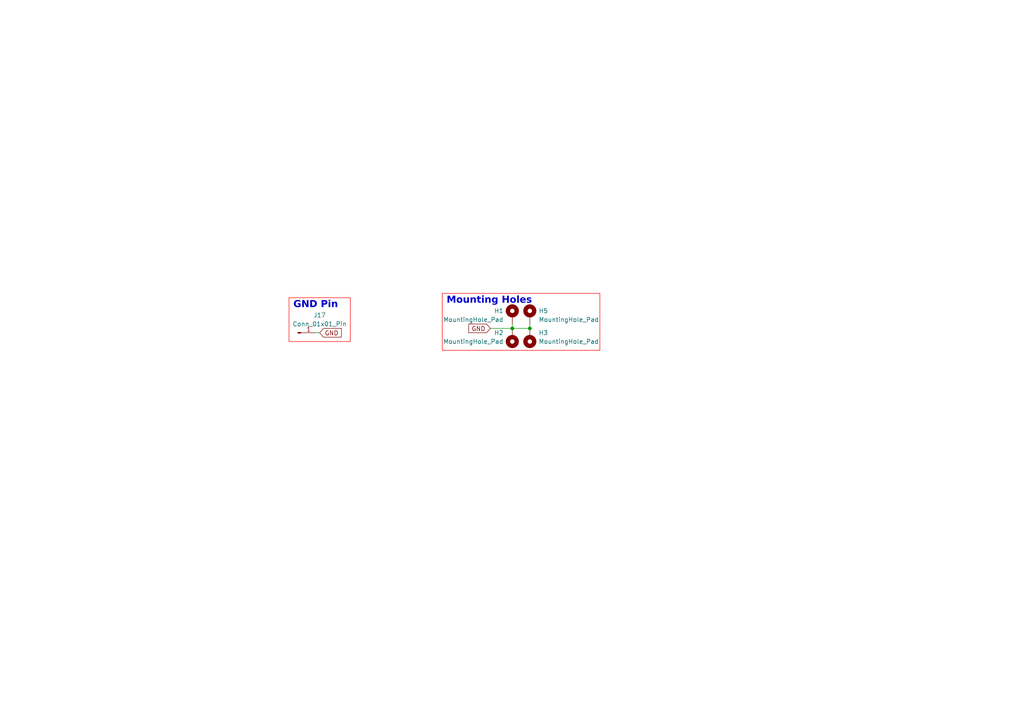
<source format=kicad_sch>
(kicad_sch (version 20230121) (generator eeschema)

  (uuid 9d6ea69b-6589-4342-b11b-35cc56f00eb1)

  (paper "A4")

  (lib_symbols
    (symbol "Connector:Conn_01x01_Pin" (pin_names (offset 1.016) hide) (in_bom yes) (on_board yes)
      (property "Reference" "J" (at 0 2.54 0)
        (effects (font (size 1.27 1.27)))
      )
      (property "Value" "Conn_01x01_Pin" (at 0 -2.54 0)
        (effects (font (size 1.27 1.27)))
      )
      (property "Footprint" "" (at 0 0 0)
        (effects (font (size 1.27 1.27)) hide)
      )
      (property "Datasheet" "~" (at 0 0 0)
        (effects (font (size 1.27 1.27)) hide)
      )
      (property "ki_locked" "" (at 0 0 0)
        (effects (font (size 1.27 1.27)))
      )
      (property "ki_keywords" "connector" (at 0 0 0)
        (effects (font (size 1.27 1.27)) hide)
      )
      (property "ki_description" "Generic connector, single row, 01x01, script generated" (at 0 0 0)
        (effects (font (size 1.27 1.27)) hide)
      )
      (property "ki_fp_filters" "Connector*:*_1x??_*" (at 0 0 0)
        (effects (font (size 1.27 1.27)) hide)
      )
      (symbol "Conn_01x01_Pin_1_1"
        (polyline
          (pts
            (xy 1.27 0)
            (xy 0.8636 0)
          )
          (stroke (width 0.1524) (type default))
          (fill (type none))
        )
        (rectangle (start 0.8636 0.127) (end 0 -0.127)
          (stroke (width 0.1524) (type default))
          (fill (type outline))
        )
        (pin passive line (at 5.08 0 180) (length 3.81)
          (name "Pin_1" (effects (font (size 1.27 1.27))))
          (number "1" (effects (font (size 1.27 1.27))))
        )
      )
    )
    (symbol "Mechanical:MountingHole_Pad" (pin_numbers hide) (pin_names (offset 1.016) hide) (in_bom yes) (on_board yes)
      (property "Reference" "H" (at 0 6.35 0)
        (effects (font (size 1.27 1.27)))
      )
      (property "Value" "MountingHole_Pad" (at 0 4.445 0)
        (effects (font (size 1.27 1.27)))
      )
      (property "Footprint" "" (at 0 0 0)
        (effects (font (size 1.27 1.27)) hide)
      )
      (property "Datasheet" "~" (at 0 0 0)
        (effects (font (size 1.27 1.27)) hide)
      )
      (property "ki_keywords" "mounting hole" (at 0 0 0)
        (effects (font (size 1.27 1.27)) hide)
      )
      (property "ki_description" "Mounting Hole with connection" (at 0 0 0)
        (effects (font (size 1.27 1.27)) hide)
      )
      (property "ki_fp_filters" "MountingHole*Pad*" (at 0 0 0)
        (effects (font (size 1.27 1.27)) hide)
      )
      (symbol "MountingHole_Pad_0_1"
        (circle (center 0 1.27) (radius 1.27)
          (stroke (width 1.27) (type default))
          (fill (type none))
        )
      )
      (symbol "MountingHole_Pad_1_1"
        (pin input line (at 0 -2.54 90) (length 2.54)
          (name "1" (effects (font (size 1.27 1.27))))
          (number "1" (effects (font (size 1.27 1.27))))
        )
      )
    )
  )

  (junction (at 148.59 95.25) (diameter 0) (color 0 0 0 0)
    (uuid 46d5d883-9eb6-447d-ad3c-0f9c6a4a2c53)
  )
  (junction (at 153.67 95.25) (diameter 0) (color 0 0 0 0)
    (uuid 77478103-50f3-4d98-8fe9-f8834bb41cbb)
  )

  (wire (pts (xy 148.59 95.25) (xy 153.67 95.25))
    (stroke (width 0) (type default))
    (uuid 71f64d20-6431-4abe-a59b-1d325963ccfd)
  )
  (wire (pts (xy 142.24 95.25) (xy 148.59 95.25))
    (stroke (width 0) (type default))
    (uuid 83e864b9-3cfd-43e8-8849-f54f5e5e59aa)
  )
  (wire (pts (xy 91.44 96.52) (xy 92.71 96.52))
    (stroke (width 0) (type default))
    (uuid 89dc9c60-637b-4c5a-b5a1-c862005fbf6f)
  )
  (wire (pts (xy 148.59 93.98) (xy 148.59 95.25))
    (stroke (width 0) (type default))
    (uuid 9b820f26-e0c9-4bfb-a84a-bdc682bcd84d)
  )
  (wire (pts (xy 153.67 93.98) (xy 153.67 95.25))
    (stroke (width 0) (type default))
    (uuid b3daa2e5-8b6a-42be-8ba7-845807868d3a)
  )

  (rectangle (start 83.82 86.36) (end 101.6 99.06)
    (stroke (width 0) (type default) (color 255 0 0 1))
    (fill (type none))
    (uuid 34cf79d8-d470-4265-b496-74df4a441215)
  )
  (rectangle (start 128.27 85.09) (end 173.99 101.6)
    (stroke (width 0) (type default) (color 255 0 0 1))
    (fill (type none))
    (uuid 94d06e3a-a0ea-48d9-84de-7f533bfa23c2)
  )

  (text "Mounting Holes" (at 129.54 88.9 0)
    (effects (font (face "Bell MT") (size 2 2) (thickness 0.4) bold) (justify left bottom))
    (uuid 3dcd5506-8c50-4322-aa8c-1a92b68b920d)
  )
  (text "GND Pin\n" (at 85.09 90.17 0)
    (effects (font (face "Bell MT") (size 2 2) (thickness 0.4) bold) (justify left bottom))
    (uuid c616a0e9-a5fa-441c-b140-0f2146963e7f)
  )

  (global_label "GND" (shape input) (at 92.71 96.52 0) (fields_autoplaced)
    (effects (font (size 1.27 1.27)) (justify left))
    (uuid 5e6bd106-c6c7-438e-9d20-62a93ea2f5d9)
    (property "Intersheetrefs" "${INTERSHEET_REFS}" (at 99.4863 96.52 0)
      (effects (font (size 1.27 1.27)) (justify left) hide)
    )
  )
  (global_label "GND" (shape input) (at 142.24 95.25 180) (fields_autoplaced)
    (effects (font (size 1.27 1.27)) (justify right))
    (uuid 9d2eb9f6-10d6-4d68-ba3f-ca1ccc551940)
    (property "Intersheetrefs" "${INTERSHEET_REFS}" (at 135.4637 95.25 0)
      (effects (font (size 1.27 1.27)) (justify right) hide)
    )
  )

  (symbol (lib_id "Mechanical:MountingHole_Pad") (at 148.59 91.44 0) (unit 1)
    (in_bom yes) (on_board yes) (dnp no)
    (uuid 443e1dac-bd1b-4d7b-ae4d-f0b52b5f8ab2)
    (property "Reference" "H1" (at 146.05 90.17 0)
      (effects (font (size 1.27 1.27)) (justify right))
    )
    (property "Value" "MountingHole_Pad" (at 146.05 92.71 0)
      (effects (font (size 1.27 1.27)) (justify right))
    )
    (property "Footprint" "MountingHole:MountingHole_2.2mm_M2_ISO7380" (at 148.59 91.44 0)
      (effects (font (size 1.27 1.27)) hide)
    )
    (property "Datasheet" "~" (at 148.59 91.44 0)
      (effects (font (size 1.27 1.27)) hide)
    )
    (pin "1" (uuid f4fb9114-a3cd-4b37-8ea4-9be01d76962b))
    (instances
      (project "ORCASandboxBackup22224"
        (path "/5233321a-2b4a-4405-b908-5bf77ab12e0a"
          (reference "H1") (unit 1)
        )
      )
      (project "BlackBoxBLSI"
        (path "/98ddc91a-caee-41b7-bd1d-3a5466cb9ed7"
          (reference "H?") (unit 1)
        )
        (path "/98ddc91a-caee-41b7-bd1d-3a5466cb9ed7/b961f60e-1e12-425d-ab73-275f00139414"
          (reference "H?") (unit 1)
        )
      )
    )
  )

  (symbol (lib_id "Connector:Conn_01x01_Pin") (at 86.36 96.52 0) (unit 1)
    (in_bom yes) (on_board yes) (dnp no)
    (uuid a9085926-6d87-4092-acc2-21898db6fae4)
    (property "Reference" "J17" (at 92.71 91.44 0)
      (effects (font (size 1.27 1.27)))
    )
    (property "Value" "Conn_01x01_Pin" (at 92.71 93.98 0)
      (effects (font (size 1.27 1.27)))
    )
    (property "Footprint" "Connector_PinSocket_2.54mm:PinSocket_1x01_P2.54mm_Vertical" (at 86.36 96.52 0)
      (effects (font (size 1.27 1.27)) hide)
    )
    (property "Datasheet" "~" (at 86.36 96.52 0)
      (effects (font (size 1.27 1.27)) hide)
    )
    (pin "1" (uuid ed1b662a-2fe0-42ef-87fa-a3b352af481c))
    (instances
      (project "ORCASandboxBackup22224"
        (path "/5233321a-2b4a-4405-b908-5bf77ab12e0a"
          (reference "J17") (unit 1)
        )
      )
      (project "BlackBoxBLSI"
        (path "/98ddc91a-caee-41b7-bd1d-3a5466cb9ed7"
          (reference "J?") (unit 1)
        )
        (path "/98ddc91a-caee-41b7-bd1d-3a5466cb9ed7/b961f60e-1e12-425d-ab73-275f00139414"
          (reference "J?") (unit 1)
        )
      )
    )
  )

  (symbol (lib_id "Mechanical:MountingHole_Pad") (at 148.59 97.79 0) (mirror x) (unit 1)
    (in_bom yes) (on_board yes) (dnp no)
    (uuid bcceccff-f94b-44e1-a5e2-2fb3fcc110c5)
    (property "Reference" "H2" (at 146.05 96.52 0)
      (effects (font (size 1.27 1.27)) (justify right))
    )
    (property "Value" "MountingHole_Pad" (at 146.05 99.06 0)
      (effects (font (size 1.27 1.27)) (justify right))
    )
    (property "Footprint" "MountingHole:MountingHole_2.2mm_M2_ISO7380" (at 148.59 97.79 0)
      (effects (font (size 1.27 1.27)) hide)
    )
    (property "Datasheet" "~" (at 148.59 97.79 0)
      (effects (font (size 1.27 1.27)) hide)
    )
    (pin "1" (uuid 000cc5d2-841e-4b88-9ddb-368b79e27b94))
    (instances
      (project "ORCASandboxBackup22224"
        (path "/5233321a-2b4a-4405-b908-5bf77ab12e0a"
          (reference "H2") (unit 1)
        )
      )
      (project "BlackBoxBLSI"
        (path "/98ddc91a-caee-41b7-bd1d-3a5466cb9ed7"
          (reference "H?") (unit 1)
        )
        (path "/98ddc91a-caee-41b7-bd1d-3a5466cb9ed7/b961f60e-1e12-425d-ab73-275f00139414"
          (reference "H?") (unit 1)
        )
      )
    )
  )

  (symbol (lib_id "Mechanical:MountingHole_Pad") (at 153.67 97.79 180) (unit 1)
    (in_bom yes) (on_board yes) (dnp no)
    (uuid d3f58ddc-6d84-4dcf-9c39-3ea16c8666c4)
    (property "Reference" "H3" (at 156.21 96.52 0)
      (effects (font (size 1.27 1.27)) (justify right))
    )
    (property "Value" "MountingHole_Pad" (at 156.21 99.06 0)
      (effects (font (size 1.27 1.27)) (justify right))
    )
    (property "Footprint" "MountingHole:MountingHole_2.2mm_M2_ISO7380" (at 153.67 97.79 0)
      (effects (font (size 1.27 1.27)) hide)
    )
    (property "Datasheet" "~" (at 153.67 97.79 0)
      (effects (font (size 1.27 1.27)) hide)
    )
    (pin "1" (uuid 80ed00bc-4853-4f00-b632-d4e7522fef1c))
    (instances
      (project "ORCASandboxBackup22224"
        (path "/5233321a-2b4a-4405-b908-5bf77ab12e0a"
          (reference "H3") (unit 1)
        )
      )
      (project "BlackBoxBLSI"
        (path "/98ddc91a-caee-41b7-bd1d-3a5466cb9ed7"
          (reference "H?") (unit 1)
        )
        (path "/98ddc91a-caee-41b7-bd1d-3a5466cb9ed7/b961f60e-1e12-425d-ab73-275f00139414"
          (reference "H?") (unit 1)
        )
      )
    )
  )

  (symbol (lib_id "Mechanical:MountingHole_Pad") (at 153.67 91.44 0) (unit 1)
    (in_bom yes) (on_board yes) (dnp no)
    (uuid f9d0e03a-494f-4f13-91f3-14356ff6983a)
    (property "Reference" "H5" (at 156.21 90.17 0)
      (effects (font (size 1.27 1.27)) (justify left))
    )
    (property "Value" "MountingHole_Pad" (at 156.21 92.71 0)
      (effects (font (size 1.27 1.27)) (justify left))
    )
    (property "Footprint" "MountingHole:MountingHole_2.2mm_M2_ISO7380" (at 153.67 91.44 0)
      (effects (font (size 1.27 1.27)) hide)
    )
    (property "Datasheet" "~" (at 153.67 91.44 0)
      (effects (font (size 1.27 1.27)) hide)
    )
    (pin "1" (uuid f5aeeddf-2ca4-467e-bd00-8e262d05a7c8))
    (instances
      (project "ORCASandboxBackup22224"
        (path "/5233321a-2b4a-4405-b908-5bf77ab12e0a"
          (reference "H5") (unit 1)
        )
      )
      (project "BlackBoxBLSI"
        (path "/98ddc91a-caee-41b7-bd1d-3a5466cb9ed7"
          (reference "H?") (unit 1)
        )
        (path "/98ddc91a-caee-41b7-bd1d-3a5466cb9ed7/b961f60e-1e12-425d-ab73-275f00139414"
          (reference "H?") (unit 1)
        )
      )
    )
  )
)

</source>
